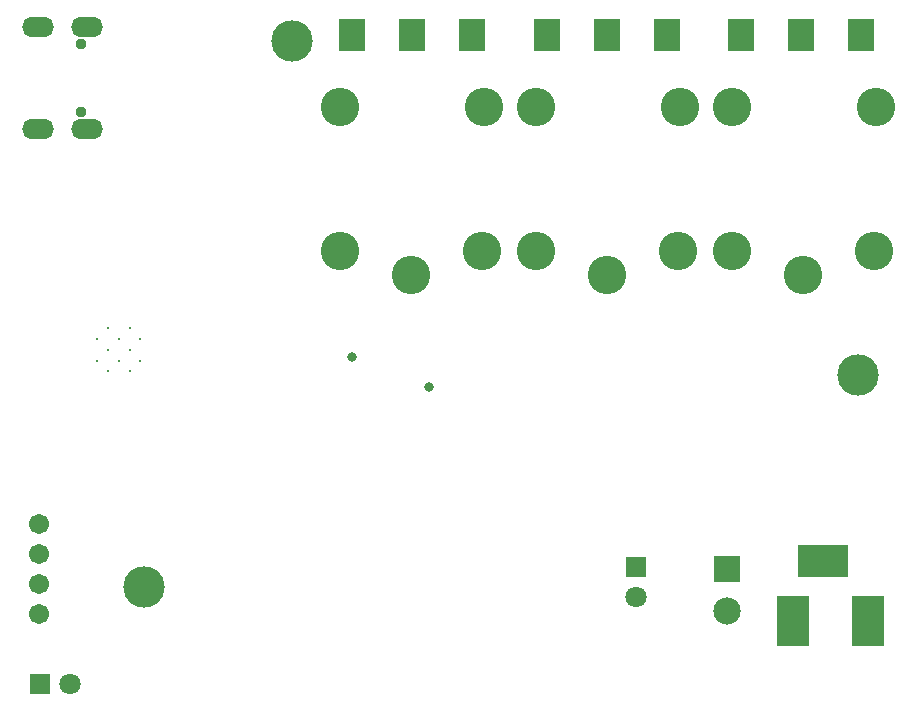
<source format=gbs>
G04*
G04 #@! TF.GenerationSoftware,Altium Limited,Altium Designer,21.3.2 (30)*
G04*
G04 Layer_Color=16711935*
%FSTAX24Y24*%
%MOIN*%
G70*
G04*
G04 #@! TF.SameCoordinates,4D29D3D3-CB23-4B61-9135-448C7089281F*
G04*
G04*
G04 #@! TF.FilePolarity,Negative*
G04*
G01*
G75*
%ADD72O,0.1064X0.0671*%
%ADD73C,0.0375*%
%ADD74R,0.1680X0.1080*%
%ADD75R,0.1080X0.1680*%
%ADD76R,0.0907X0.0907*%
%ADD77C,0.0907*%
%ADD78R,0.0710X0.0710*%
%ADD79C,0.0710*%
%ADD80C,0.0674*%
%ADD81R,0.0710X0.0710*%
%ADD82C,0.1379*%
%ADD83C,0.1280*%
%ADD84C,0.0080*%
%ADD85R,0.0867X0.1064*%
%ADD86C,0.0316*%
D72*
X023563Y048163D02*
D03*
Y044761D02*
D03*
X025197D02*
D03*
Y048163D02*
D03*
D73*
X025Y0476D02*
D03*
Y045324D02*
D03*
D74*
X04975Y03035D02*
D03*
D75*
X05125Y02835D02*
D03*
X04875D02*
D03*
D76*
X04655Y030089D02*
D03*
D77*
Y028711D02*
D03*
D78*
X04351Y03016D02*
D03*
D79*
Y02916D02*
D03*
X02465Y02625D02*
D03*
D80*
X0236Y0286D02*
D03*
Y0296D02*
D03*
Y0306D02*
D03*
Y0316D02*
D03*
D81*
X02365Y02625D02*
D03*
D82*
X0271Y0295D02*
D03*
X03205Y0477D02*
D03*
X0509Y03655D02*
D03*
D83*
X044899Y040697D02*
D03*
X040175D02*
D03*
X044975Y0455D02*
D03*
X040175D02*
D03*
X042537Y039909D02*
D03*
X036012D02*
D03*
X03365Y0455D02*
D03*
X03845D02*
D03*
X03365Y040697D02*
D03*
X038374D02*
D03*
X049062Y039909D02*
D03*
X0467Y0455D02*
D03*
X0515D02*
D03*
X0467Y040697D02*
D03*
X051424D02*
D03*
D84*
X025537Y037045D02*
D03*
Y037768D02*
D03*
X025898Y036684D02*
D03*
Y037406D02*
D03*
Y038129D02*
D03*
X026259Y037045D02*
D03*
Y037768D02*
D03*
X02662Y036684D02*
D03*
Y037406D02*
D03*
Y038129D02*
D03*
X026981Y037045D02*
D03*
Y037768D02*
D03*
D85*
X03805Y0479D02*
D03*
X034045D02*
D03*
X036045D02*
D03*
X044528D02*
D03*
X040522D02*
D03*
X042523D02*
D03*
X051005D02*
D03*
X047D02*
D03*
X049D02*
D03*
D86*
X03405Y03715D02*
D03*
X0366Y036173D02*
D03*
M02*

</source>
